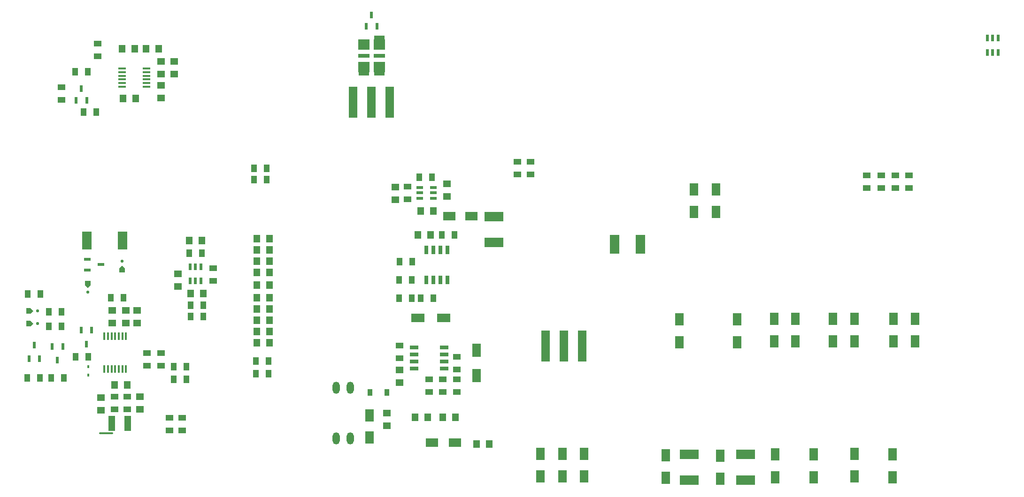
<source format=gbp>
G04*
G04 #@! TF.GenerationSoftware,Altium Limited,Altium Designer,20.1.7 (139)*
G04*
G04 Layer_Color=128*
%FSTAX24Y24*%
%MOIN*%
G70*
G04*
G04 #@! TF.SameCoordinates,F0BF9DC0-9546-437B-B132-7D81F4AFA61C*
G04*
G04*
G04 #@! TF.FilePolarity,Positive*
G04*
G01*
G75*
%ADD23R,0.0550X0.0394*%
%ADD25R,0.0394X0.0550*%
%ADD34R,0.0550X0.0500*%
%ADD35R,0.0354X0.0472*%
%ADD36R,0.0354X0.0472*%
%ADD125R,0.0866X0.0610*%
%ADD126R,0.0610X0.0866*%
%ADD127R,0.0630X0.2205*%
%ADD128R,0.0709X0.1378*%
%ADD129R,0.1378X0.0709*%
%ADD130R,0.0610X0.0886*%
%ADD131R,0.0500X0.0550*%
%ADD132R,0.0236X0.0492*%
%ADD133R,0.0787X0.0728*%
%ADD134R,0.0787X0.0315*%
%ADD135R,0.0472X0.0236*%
G04:AMPARAMS|DCode=136|XSize=19.7mil|YSize=19.7mil|CornerRadius=4.9mil|HoleSize=0mil|Usage=FLASHONLY|Rotation=90.000|XOffset=0mil|YOffset=0mil|HoleType=Round|Shape=RoundedRectangle|*
%AMROUNDEDRECTD136*
21,1,0.0197,0.0098,0,0,90.0*
21,1,0.0098,0.0197,0,0,90.0*
1,1,0.0098,0.0049,0.0049*
1,1,0.0098,0.0049,-0.0049*
1,1,0.0098,-0.0049,-0.0049*
1,1,0.0098,-0.0049,0.0049*
%
%ADD136ROUNDEDRECTD136*%
G04:AMPARAMS|DCode=137|XSize=19.7mil|YSize=19.7mil|CornerRadius=4.9mil|HoleSize=0mil|Usage=FLASHONLY|Rotation=0.000|XOffset=0mil|YOffset=0mil|HoleType=Round|Shape=RoundedRectangle|*
%AMROUNDEDRECTD137*
21,1,0.0197,0.0098,0,0,0.0*
21,1,0.0098,0.0197,0,0,0.0*
1,1,0.0098,0.0049,-0.0049*
1,1,0.0098,-0.0049,-0.0049*
1,1,0.0098,-0.0049,0.0049*
1,1,0.0098,0.0049,0.0049*
%
%ADD137ROUNDEDRECTD137*%
G04:AMPARAMS|DCode=138|XSize=11.8mil|YSize=60mil|CornerRadius=3mil|HoleSize=0mil|Usage=FLASHONLY|Rotation=90.000|XOffset=0mil|YOffset=0mil|HoleType=Round|Shape=RoundedRectangle|*
%AMROUNDEDRECTD138*
21,1,0.0118,0.0541,0,0,90.0*
21,1,0.0059,0.0600,0,0,90.0*
1,1,0.0059,0.0270,0.0030*
1,1,0.0059,0.0270,-0.0030*
1,1,0.0059,-0.0270,-0.0030*
1,1,0.0059,-0.0270,0.0030*
%
%ADD138ROUNDEDRECTD138*%
%ADD139R,0.0512X0.1063*%
%ADD140R,0.0236X0.0453*%
%ADD141R,0.0965X0.0610*%
%ADD142R,0.0600X0.0256*%
%ADD143R,0.0236X0.0472*%
%ADD144O,0.0512X0.0866*%
%ADD145R,0.0886X0.0610*%
%ADD146R,0.0256X0.0600*%
%ADD147R,0.0610X0.0965*%
%ADD148R,0.0177X0.0581*%
%ADD149R,0.0165X0.0217*%
%ADD150R,0.0709X0.1299*%
%ADD151R,0.0561X0.0177*%
%ADD155R,0.0774X0.0283*%
G36*
X0119Y026D02*
X0117Y0258D01*
X0114D01*
Y0262D01*
X0117D01*
X0119Y026D01*
D02*
G37*
G36*
Y0269D02*
X0117Y0267D01*
X0114D01*
Y0271D01*
X0117D01*
X0119Y0269D01*
D02*
G37*
G36*
X01595Y02875D02*
X01575Y02855D01*
X01555Y02875D01*
Y02905D01*
X01595D01*
Y02875D01*
D02*
G37*
G36*
X0184Y02995D02*
Y02965D01*
X018D01*
Y02995D01*
X0182Y03015D01*
X0184Y02995D01*
D02*
G37*
D23*
X07105Y03565D02*
D03*
Y03655D02*
D03*
X0139Y0419D02*
D03*
Y0428D02*
D03*
X04625Y0366D02*
D03*
Y0375D02*
D03*
X03845Y03485D02*
D03*
Y03575D02*
D03*
X07405Y03655D02*
D03*
Y03565D02*
D03*
X0731Y03655D02*
D03*
Y03565D02*
D03*
X0721Y03655D02*
D03*
Y03565D02*
D03*
X0472Y0366D02*
D03*
Y0375D02*
D03*
X04195Y02115D02*
D03*
Y02205D02*
D03*
X04095Y02115D02*
D03*
Y02205D02*
D03*
X04Y02115D02*
D03*
Y02205D02*
D03*
X04195Y02275D02*
D03*
Y02365D02*
D03*
X0379Y02355D02*
D03*
Y02445D02*
D03*
X02465Y02995D02*
D03*
Y02905D02*
D03*
X01855Y0208D02*
D03*
Y0199D02*
D03*
X01765Y0208D02*
D03*
Y0199D02*
D03*
X02095Y023D02*
D03*
Y0239D02*
D03*
X01645Y0459D02*
D03*
Y045D02*
D03*
X02155Y0184D02*
D03*
Y0193D02*
D03*
X02245Y0184D02*
D03*
Y0193D02*
D03*
X01995Y0239D02*
D03*
Y023D02*
D03*
D25*
X01635Y04105D02*
D03*
X01545D02*
D03*
X01575Y0439D02*
D03*
X01485D02*
D03*
X0409Y0323D02*
D03*
X0418D02*
D03*
X0394Y0278D02*
D03*
X0403D02*
D03*
X03785D02*
D03*
X03875D02*
D03*
X03785Y0291D02*
D03*
X03875D02*
D03*
X0379Y0304D02*
D03*
X0388D02*
D03*
X02275Y02295D02*
D03*
X02185D02*
D03*
X02275Y02205D02*
D03*
X02185D02*
D03*
X0393Y0364D02*
D03*
X0402D02*
D03*
X02295Y031D02*
D03*
X02385D02*
D03*
X02395Y0265D02*
D03*
X02305D02*
D03*
X02395Y0273D02*
D03*
X02305D02*
D03*
X0183Y02785D02*
D03*
X0174D02*
D03*
X0139Y02685D02*
D03*
X013D02*
D03*
X013Y0258D02*
D03*
X0139D02*
D03*
X0115Y0281D02*
D03*
X0124D02*
D03*
X01315Y02215D02*
D03*
X01405D02*
D03*
X01145D02*
D03*
X01235D02*
D03*
X0149Y02365D02*
D03*
X0158D02*
D03*
X0286Y02335D02*
D03*
X0277D02*
D03*
X0286Y02245D02*
D03*
X0277D02*
D03*
X02845Y03625D02*
D03*
X02755D02*
D03*
X02845Y03705D02*
D03*
X02755D02*
D03*
D34*
X037Y01875D02*
D03*
Y01965D02*
D03*
X0376Y0348D02*
D03*
Y0357D02*
D03*
X04125Y03505D02*
D03*
Y03595D02*
D03*
X0379Y0218D02*
D03*
Y0227D02*
D03*
X02095Y04295D02*
D03*
Y04205D02*
D03*
Y04465D02*
D03*
Y04375D02*
D03*
X0219D02*
D03*
Y04465D02*
D03*
X02215Y02865D02*
D03*
Y02955D02*
D03*
X0167Y01985D02*
D03*
Y02075D02*
D03*
X01945Y0199D02*
D03*
Y0208D02*
D03*
X0175Y02695D02*
D03*
Y02605D02*
D03*
X01845Y02695D02*
D03*
Y02605D02*
D03*
X01925Y02695D02*
D03*
Y02605D02*
D03*
D35*
X037Y0211D02*
D03*
D36*
X0358D02*
D03*
D125*
X040193Y01755D02*
D03*
X041807D02*
D03*
D126*
X06185Y024693D02*
D03*
Y026307D02*
D03*
X051Y016757D02*
D03*
Y015143D02*
D03*
X0673Y016707D02*
D03*
Y015093D02*
D03*
X06455Y016707D02*
D03*
Y015093D02*
D03*
X0702Y016757D02*
D03*
Y015143D02*
D03*
X0729Y016707D02*
D03*
Y015093D02*
D03*
X066Y02635D02*
D03*
Y024736D02*
D03*
X0645Y026357D02*
D03*
Y024743D02*
D03*
X06865Y026357D02*
D03*
Y024743D02*
D03*
X06035Y03555D02*
D03*
Y033936D02*
D03*
X04945Y016757D02*
D03*
Y015143D02*
D03*
X0568Y016657D02*
D03*
Y015043D02*
D03*
X0588Y033943D02*
D03*
Y035557D02*
D03*
X05775Y024693D02*
D03*
Y026307D02*
D03*
X06065Y014993D02*
D03*
Y016607D02*
D03*
X0745Y024743D02*
D03*
Y026357D02*
D03*
X07295Y024743D02*
D03*
Y026357D02*
D03*
X0479Y015143D02*
D03*
Y016757D02*
D03*
X0702Y024743D02*
D03*
Y026357D02*
D03*
D127*
X050849Y0244D02*
D03*
X04955D02*
D03*
X048251D02*
D03*
X037199Y04175D02*
D03*
X0359D02*
D03*
X034601D02*
D03*
D128*
X055Y03165D02*
D03*
X05315D02*
D03*
D129*
X05845Y016725D02*
D03*
Y014875D02*
D03*
X06245Y016725D02*
D03*
Y014875D02*
D03*
X0446Y031775D02*
D03*
Y033625D02*
D03*
D130*
X03575Y019475D02*
D03*
Y0179D02*
D03*
D131*
X04185Y01935D02*
D03*
X04095D02*
D03*
X039D02*
D03*
X0399D02*
D03*
X04425Y01745D02*
D03*
X04335D02*
D03*
X0392Y0323D02*
D03*
X0401D02*
D03*
X01765Y02165D02*
D03*
X01855D02*
D03*
X0403Y034D02*
D03*
X0394D02*
D03*
X0208Y04555D02*
D03*
X0199D02*
D03*
X0191D02*
D03*
X0182D02*
D03*
X01915Y042D02*
D03*
X01825D02*
D03*
X02295Y0319D02*
D03*
X02385D02*
D03*
X02395Y02815D02*
D03*
X02305D02*
D03*
X02865Y02465D02*
D03*
X02775D02*
D03*
X02865Y02545D02*
D03*
X02775D02*
D03*
X02865Y02625D02*
D03*
X02775D02*
D03*
X02865Y02705D02*
D03*
X02775D02*
D03*
X02865Y02785D02*
D03*
X02775D02*
D03*
Y02875D02*
D03*
X02865D02*
D03*
X02775Y02965D02*
D03*
X02865D02*
D03*
X02775Y03045D02*
D03*
X02865D02*
D03*
X02775Y03125D02*
D03*
X02865D02*
D03*
X02775Y03205D02*
D03*
X02865D02*
D03*
D132*
X036274Y047156D02*
D03*
X035526D02*
D03*
X0359Y047944D02*
D03*
X0153Y042713D02*
D03*
X014924Y041887D02*
D03*
X015676D02*
D03*
D133*
X03535Y045844D02*
D03*
X036452D02*
D03*
X03535Y04425D02*
D03*
X036452D02*
D03*
D134*
Y045047D02*
D03*
X03535D02*
D03*
D135*
X040292Y035674D02*
D03*
Y0353D02*
D03*
Y034926D02*
D03*
X039308D02*
D03*
Y0353D02*
D03*
Y035674D02*
D03*
X015708Y029826D02*
D03*
Y030574D02*
D03*
X016692Y0302D02*
D03*
D136*
X0122Y026D02*
D03*
X0115D02*
D03*
X0122Y0269D02*
D03*
X0115D02*
D03*
D137*
X01575Y02825D02*
D03*
Y02895D02*
D03*
X0182Y03045D02*
D03*
Y02975D02*
D03*
D138*
X01725Y0182D02*
D03*
X01685D02*
D03*
D139*
X018592Y0189D02*
D03*
X01745D02*
D03*
D140*
X079626Y046312D02*
D03*
X08D02*
D03*
X080374D02*
D03*
Y045288D02*
D03*
X08D02*
D03*
X079626D02*
D03*
D141*
X04101Y0264D02*
D03*
X0392D02*
D03*
D142*
X041068Y0228D02*
D03*
Y0233D02*
D03*
Y0238D02*
D03*
Y0243D02*
D03*
X038932D02*
D03*
Y0238D02*
D03*
Y0233D02*
D03*
Y0228D02*
D03*
D143*
X012324Y023508D02*
D03*
X011576D02*
D03*
X01195Y024492D02*
D03*
X023774Y030042D02*
D03*
X0234D02*
D03*
X023026D02*
D03*
Y029058D02*
D03*
X0234D02*
D03*
X023774D02*
D03*
X0136Y023408D02*
D03*
X013974Y024392D02*
D03*
X013226D02*
D03*
X01565Y024558D02*
D03*
X016024Y025542D02*
D03*
X015276D02*
D03*
D144*
X0334Y02145D02*
D03*
X0344D02*
D03*
Y01785D02*
D03*
X0334D02*
D03*
D145*
X042987Y03365D02*
D03*
X041413D02*
D03*
D146*
X0398Y03125D02*
D03*
X0403D02*
D03*
X0408D02*
D03*
X0413D02*
D03*
Y029115D02*
D03*
X0408D02*
D03*
X0403D02*
D03*
X0398D02*
D03*
D147*
X04335Y02411D02*
D03*
Y0223D02*
D03*
D148*
X016932Y025107D02*
D03*
X017188D02*
D03*
X017444D02*
D03*
X0177D02*
D03*
X017956D02*
D03*
X018212D02*
D03*
X018468D02*
D03*
Y022793D02*
D03*
X018212D02*
D03*
X017956D02*
D03*
X0177D02*
D03*
X017444D02*
D03*
X017188D02*
D03*
X016932D02*
D03*
D149*
X0158Y022955D02*
D03*
Y022345D02*
D03*
D150*
X01821Y0319D02*
D03*
X01569D02*
D03*
D151*
X01992Y04414D02*
D03*
Y043884D02*
D03*
Y043628D02*
D03*
Y043372D02*
D03*
Y043116D02*
D03*
Y04286D02*
D03*
X018179D02*
D03*
Y043116D02*
D03*
Y043372D02*
D03*
Y043628D02*
D03*
Y043884D02*
D03*
Y04414D02*
D03*
D155*
X036447Y046335D02*
D03*
X035347Y043785D02*
D03*
X036447D02*
D03*
M02*

</source>
